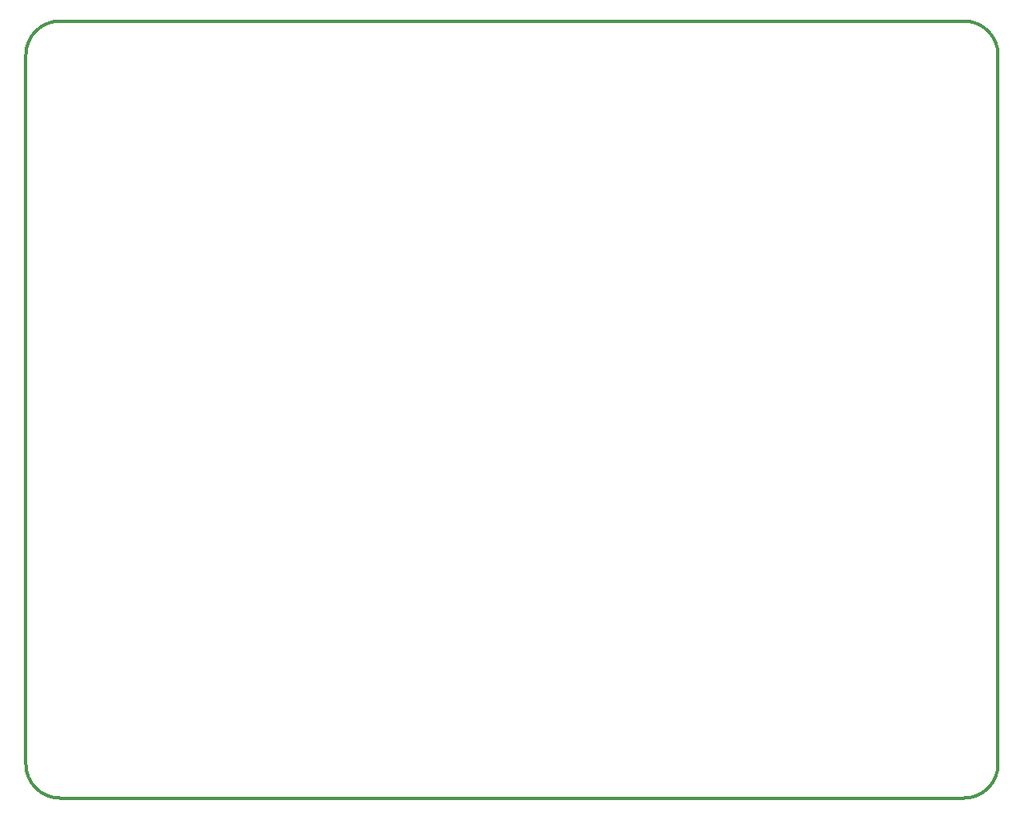
<source format=gko>
G04*
G04 #@! TF.GenerationSoftware,Altium Limited,Altium Designer,21.2.2 (38)*
G04*
G04 Layer_Color=16711935*
%FSTAX24Y24*%
%MOIN*%
G70*
G04*
G04 #@! TF.SameCoordinates,D9C69337-02A0-443D-9D67-ED1C811D3BAA*
G04*
G04*
G04 #@! TF.FilePolarity,Positive*
G04*
G01*
G75*
%ADD20C,0.0118*%
D20*
X04937Y040118D02*
G03*
X047992Y041496I-001378J-0D01*
G01*
X011378D02*
G03*
X01Y040118I0J-001378D01*
G01*
X047992Y01D02*
G03*
X04937Y011378I0J001378D01*
G01*
X01D02*
G03*
X011378Y01I001378J0D01*
G01*
Y041496D02*
X047992D01*
X011378Y01D02*
X047992D01*
X01Y011378D02*
X01Y040118D01*
X04937Y011378D02*
X04937Y040118D01*
M02*

</source>
